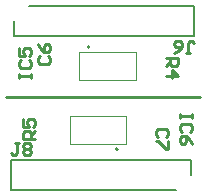
<source format=gbr>
G04*
G04 #@! TF.GenerationSoftware,Altium Limited,Altium Designer,25.8.1 (18)*
G04*
G04 Layer_Color=65535*
%FSLAX25Y25*%
%MOIN*%
G70*
G04*
G04 #@! TF.SameCoordinates,E2154C79-DA77-42C2-A4CA-17832CE20963*
G04*
G04*
G04 #@! TF.FilePolarity,Positive*
G04*
G01*
G75*
%ADD10C,0.00787*%
%ADD11C,0.01000*%
%ADD12C,0.00394*%
D10*
X127768Y148685D02*
G03*
X126980Y148685I-394J0D01*
G01*
D02*
G03*
X127768Y148685I394J0D01*
G01*
X137193Y114701D02*
G03*
X136406Y114701I-394J0D01*
G01*
D02*
G03*
X137193Y114701I394J0D01*
G01*
X107673Y162386D02*
X162673D01*
Y152386D02*
Y162386D01*
X102673Y152386D02*
X162673D01*
X102673D02*
Y157386D01*
X161500Y106000D02*
Y111000D01*
X101500D02*
X161500D01*
X101500Y101000D02*
Y111000D01*
Y101000D02*
X156500D01*
D11*
X100000Y131890D02*
X164567D01*
X153119Y145064D02*
X157117D01*
Y143065D01*
X156451Y142399D01*
X155118D01*
X154452Y143065D01*
Y145064D01*
Y143732D02*
X153119Y142399D01*
Y139067D02*
X157117D01*
X155118Y141066D01*
Y138400D01*
X159722Y146819D02*
X161055D01*
X160388D01*
Y150152D01*
X161055Y150818D01*
X161721D01*
X162387Y150152D01*
X155723Y146819D02*
X157056Y147486D01*
X158389Y148819D01*
Y150152D01*
X157722Y150818D01*
X156389D01*
X155723Y150152D01*
Y149485D01*
X156389Y148819D01*
X158389D01*
X104300Y138309D02*
Y139642D01*
Y138975D01*
X108299D01*
Y138309D01*
Y139642D01*
X104966Y144307D02*
X104300Y143640D01*
Y142307D01*
X104966Y141641D01*
X107632D01*
X108299Y142307D01*
Y143640D01*
X107632Y144307D01*
X104300Y148305D02*
Y145640D01*
X106299D01*
X105633Y146973D01*
Y147639D01*
X106299Y148305D01*
X107632D01*
X108299Y147639D01*
Y146306D01*
X107632Y145640D01*
X111266Y145790D02*
X110599Y145124D01*
Y143791D01*
X111266Y143124D01*
X113931D01*
X114598Y143791D01*
Y145124D01*
X113931Y145790D01*
X110599Y149789D02*
X111266Y148456D01*
X112598Y147123D01*
X113931D01*
X114598Y147790D01*
Y149123D01*
X113931Y149789D01*
X113265D01*
X112598Y149123D01*
Y147123D01*
X109480Y117928D02*
X105481D01*
Y119927D01*
X106147Y120593D01*
X107480D01*
X108147Y119927D01*
Y117928D01*
Y119261D02*
X109480Y120593D01*
X105481Y124592D02*
Y121926D01*
X107480D01*
X106814Y123259D01*
Y123926D01*
X107480Y124592D01*
X108813D01*
X109480Y123926D01*
Y122593D01*
X108813Y121926D01*
X104058Y116566D02*
X102725D01*
X103392D01*
Y113234D01*
X102725Y112568D01*
X102059D01*
X101392Y113234D01*
X105391Y115900D02*
X106057Y116566D01*
X107390D01*
X108057Y115900D01*
Y115233D01*
X107390Y114567D01*
X108057Y113900D01*
Y113234D01*
X107390Y112568D01*
X106057D01*
X105391Y113234D01*
Y113900D01*
X106057Y114567D01*
X105391Y115233D01*
Y115900D01*
X106057Y114567D02*
X107390D01*
X161842Y126258D02*
Y124925D01*
Y125592D01*
X157843D01*
Y126258D01*
Y124925D01*
X161175Y120260D02*
X161842Y120927D01*
Y122259D01*
X161175Y122926D01*
X158510D01*
X157843Y122259D01*
Y120927D01*
X158510Y120260D01*
X161842Y116261D02*
X161175Y117594D01*
X159843Y118927D01*
X158510D01*
X157843Y118261D01*
Y116928D01*
X158510Y116261D01*
X159176D01*
X159843Y116928D01*
Y118927D01*
X153301Y118777D02*
X153968Y119443D01*
Y120776D01*
X153301Y121442D01*
X150636D01*
X149969Y120776D01*
Y119443D01*
X150636Y118777D01*
X153968Y117444D02*
Y114778D01*
X153301D01*
X150636Y117444D01*
X149969D01*
D12*
X124224Y147110D02*
X143122D01*
Y137661D02*
Y147110D01*
X124224Y137661D02*
X143122D01*
X124224D02*
Y147110D01*
X139949Y116276D02*
Y125724D01*
X121051D02*
X139949D01*
X121051Y116276D02*
Y125724D01*
Y116276D02*
X139949D01*
M02*

</source>
